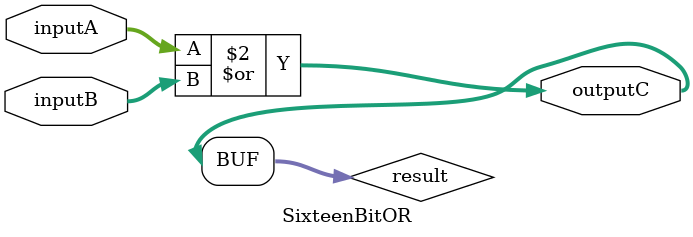
<source format=v>

module SixteenBitOR(inputA,inputB,outputC);
parameter k=16;
input  [k-1:0] inputA;
input  [k-1:0] inputB;
output [k-1:0] outputC;
wire   [k-1:0] inputA;
wire   [k-1:0] inputB;
reg    [k-1:0] outputC;

reg    [k-1:0] result;

always@(*)
begin
	result=inputA|inputB;
	outputC=result;
end
 
endmodule

</source>
